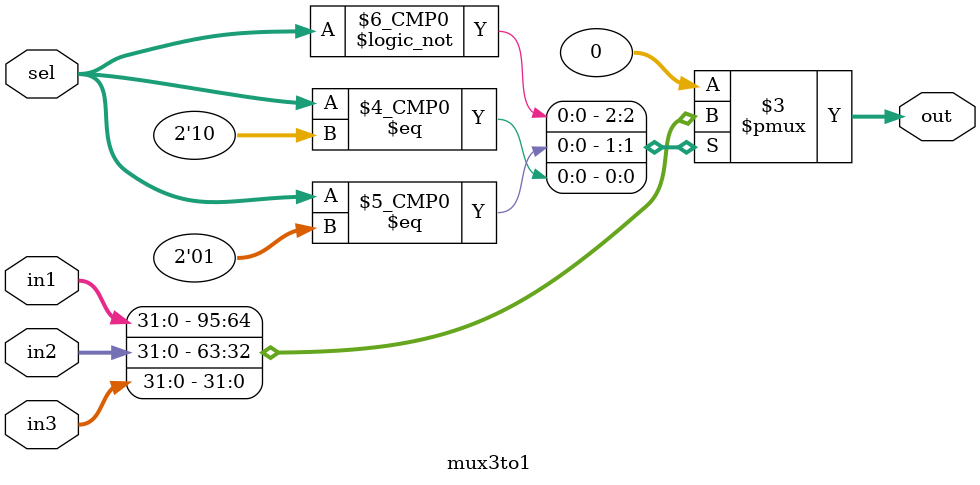
<source format=v>
module mux3to1 #(parameter WIDTH=32)
(
    input wire [WIDTH-1:0] in1,in2,in3,
    input wire [1:0]sel,
    output reg [WIDTH-1:0] out
);
always @(*) begin
    case (sel) 
    'd0: out=in1;
    'd1: out=in2;
    'd2: out=in3;
    default : out='d0;
    endcase
end
endmodule
</source>
